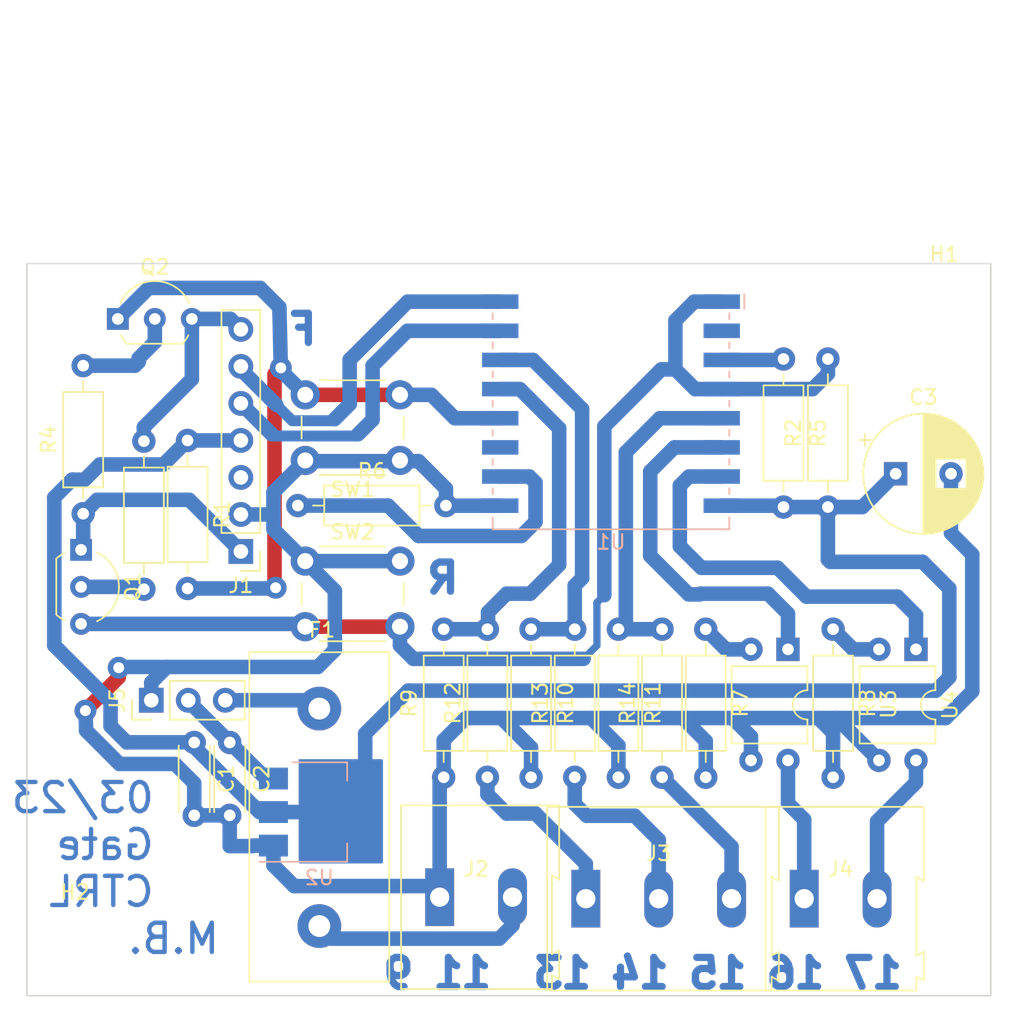
<source format=kicad_pcb>
(kicad_pcb (version 20221018) (generator pcbnew)
  (layers (0 "F.Cu" signal) (31 "B.Cu" signal) (34 "B.Paste" user) (35 "F.Paste" user) (36 "B.SilkS" user "B.Silkscreen") (37 "F.SilkS" user "F.Silkscreen") (38 "B.Mask" user) (39 "F.Mask" user) (44 "Edge.Cuts" user))
  (net 0 "")
  (net 1 "Net-(J1-Pin_1)")
  (net 2 "GND")
  (net 4 "VCC")
  (net 5 "ToRX")
  (net 6 "ToTX")
  (net 7 "Net-(J1-Pin_7)")
  (net 8 "Net-(J2-Pin_2)")
  (net 9 "Net-(J3-Pin_1)")
  (net 10 "Net-(J3-Pin_2)")
  (net 11 "Net-(J3-Pin_3)")
  (net 12 "Net-(J4-Pin_1)")
  (net 13 "Net-(J4-Pin_2)")
  (net 14 "Net-(Q1-B)")
  (net 15 "ToRST")
  (net 16 "ToFlash")
  (net 17 "Net-(Q2-B)")
  (net 18 "Net-(U1-EN)")
  (net 19 "Net-(U1-GPIO15)")
  (net 20 "Net-(R7-Pad1)")
  (net 21 "Start")
  (net 22 "Net-(R8-Pad1)")
  (net 23 "Pedestrian")
  (net 24 "Foto")
  (net 25 "LSO")
  (net 26 "LSC")
  (net 29 "Net-(J5-Pin_3)")
  (net 30 "Net-(J5-Pin_2)")
  (footprint "Resistor_THT:R_Axial_DIN0207_L6.3mm_D2.5mm_P10.16mm_Horizontal" (layer "F.Cu") (at 142.6464 128.1176 90)
    (fp_text reference "R12" (at 5.08 -2.37 90) (layer "F.SilkS"))
    (fp_text value "10k")
    (pad "1" thru_hole circle (at 0 0 90) (size 1.6 1.6) (drill 0.8) (layers "*.Cu" "*.Mask") (net 9 "Net-(J3-Pin_1)"))
    (pad "2" thru_hole oval (at 10.16 0 90) (size 1.6 1.6) (drill 0.8) (layers "*.Cu" "*.Mask") (net 24 "Foto"))
  )
  (footprint "Resistor_THT:R_Axial_DIN0207_L6.3mm_D2.5mm_P10.16mm_Horizontal" (layer "F.Cu") (at 148.6408 128.1176 90)
    (fp_text reference "R13" (at 5.08 -2.37 90) (layer "F.SilkS"))
    (fp_text value "10k")
    (pad "1" thru_hole circle (at 0 0 90) (size 1.6 1.6) (drill 0.8) (layers "*.Cu" "*.Mask") (net 10 "Net-(J3-Pin_2)"))
    (pad "2" thru_hole oval (at 10.16 0 90) (size 1.6 1.6) (drill 0.8) (layers "*.Cu" "*.Mask") (net 25 "LSO"))
  )
  (footprint "Resistor_THT:R_Axial_DIN0207_L6.3mm_D2.5mm_P10.16mm_Horizontal" (layer "F.Cu") (at 157.6324 117.9576 -90)
    (fp_text reference "R7" (at 5.08 -2.37 90) (layer "F.SilkS"))
    (fp_text value "100R")
    (pad "1" thru_hole circle (at 0 0 270) (size 1.6 1.6) (drill 0.8) (layers "*.Cu" "*.Mask") (net 20 "Net-(R7-Pad1)"))
    (pad "2" thru_hole oval (at 10.16 0 270) (size 1.6 1.6) (drill 0.8) (layers "*.Cu" "*.Mask") (net 2 "GND"))
  )
  (footprint "TerminalBlock:TerminalBlock_Altech_AK300-2_P5.00mm" (layer "F.Cu") (at 139.3736 136.3472)
    (fp_text reference "J2" (at 2.5108 -1.9304) (layer "F.SilkS"))
    (fp_text value "Power Input")
    (pad "1" thru_hole rect (at 0 0) (size 1.98 3.96) (drill 1.32) (layers "*.Cu" "*.Mask") (net 2 "GND"))
    (pad "2" thru_hole oval (at 5 0) (size 1.98 3.96) (drill 1.32) (layers "*.Cu" "*.Mask") (net 8 "Net-(J2-Pin_2)"))
  )
  (footprint "Resistor_THT:R_Axial_DIN0207_L6.3mm_D2.5mm_P10.16mm_Horizontal" (layer "F.Cu") (at 129.6416 109.474)
    (fp_text reference "R6" (at 5.08 -2.37) (layer "F.SilkS"))
    (fp_text value "10k")
    (pad "1" thru_hole circle (at 0 0) (size 1.6 1.6) (drill 0.8) (layers "*.Cu" "*.Mask") (net 19 "Net-(U1-GPIO15)"))
    (pad "2" thru_hole oval (at 10.16 0) (size 1.6 1.6) (drill 0.8) (layers "*.Cu" "*.Mask") (net 2 "GND"))
  )
  (footprint "Resistor_THT:R_Axial_DIN0207_L6.3mm_D2.5mm_P10.16mm_Horizontal" (layer "F.Cu") (at 122.0724 105.0036 -90)
    (fp_text reference "R1" (at 5.08 -2.37 90) (layer "F.SilkS"))
    (fp_text value "10k")
    (pad "1" thru_hole circle (at 0 0 270) (size 1.6 1.6) (drill 0.8) (layers "*.Cu" "*.Mask") (net 4 "VCC"))
    (pad "2" thru_hole oval (at 10.16 0 270) (size 1.6 1.6) (drill 0.8) (layers "*.Cu" "*.Mask") (net 16 "ToFlash"))
  )
  (footprint "Resistor_THT:R_Axial_DIN0207_L6.3mm_D2.5mm_P10.16mm_Horizontal" (layer "F.Cu") (at 119.0752 105.0544 -90)
    (fp_text reference "R3" hide)
    (fp_text value "10k")
    (pad "1" thru_hole circle (at 0 0 270) (size 1.6 1.6) (drill 0.8) (layers "*.Cu" "*.Mask") (net 7 "Net-(J1-Pin_7)"))
    (pad "2" thru_hole oval (at 10.16 0 270) (size 1.6 1.6) (drill 0.8) (layers "*.Cu" "*.Mask") (net 14 "Net-(Q1-B)"))
  )
  (footprint "Resistor_THT:R_Axial_DIN0207_L6.3mm_D2.5mm_P10.16mm_Horizontal" (layer "F.Cu") (at 145.6436 117.9576 -90)
    (fp_text reference "R10" (at 5.08 -2.37 90) (layer "F.SilkS"))
    (fp_text value "10k")
    (pad "1" thru_hole circle (at 0 0 270) (size 1.6 1.6) (drill 0.8) (layers "*.Cu" "*.Mask") (net 25 "LSO"))
    (pad "2" thru_hole oval (at 10.16 0 270) (size 1.6 1.6) (drill 0.8) (layers "*.Cu" "*.Mask") (net 2 "GND"))
  )
  (footprint "Button_Switch_THT:SW_PUSH_6mm" (layer "F.Cu") (at 130.1496 113.284)
    (fp_text reference "SW2" (at 3.25 -2) (layer "F.SilkS"))
    (fp_text value "Reset")
    (pad "1" thru_hole circle (at 0 0 90) (size 2 2) (drill 1.1) (layers "*.Cu" "*.Mask") (net 2 "GND"))
    (pad "1" thru_hole circle (at 6.5 0 90) (size 2 2) (drill 1.1) (layers "*.Cu" "*.Mask") (net 2 "GND"))
    (pad "2" thru_hole circle (at 0 4.5 90) (size 2 2) (drill 1.1) (layers "*.Cu" "*.Mask") (net 15 "ToRST"))
    (pad "2" thru_hole circle (at 6.5 4.5 90) (size 2 2) (drill 1.1) (layers "*.Cu" "*.Mask") (net 15 "ToRST"))
  )
  (footprint "Connector_PinHeader_2.54mm:PinHeader_1x07_P2.54mm_Vertical" (layer "F.Cu") (at 125.73 112.6236 180)
    (fp_text reference "J1" (at 0 -2.33) (layer "F.SilkS"))
    (fp_text value "Conn_01x07_Female")
    (pad "1" thru_hole rect (at 0 0 180) (size 1.7 1.7) (drill 1) (layers "*.Cu" "*.Mask") (net 1 "Net-(J1-Pin_1)"))
    (pad "2" thru_hole oval (at 0 2.54 180) (size 1.7 1.7) (drill 1) (layers "*.Cu" "*.Mask") (net 2 "GND"))
    (pad "3" thru_hole oval (at 0 5.08 180) (size 1.7 1.7) (drill 1) (layers "*.Cu" "*.Mask"))
    (pad "4" thru_hole oval (at 0 7.62 180) (size 1.7 1.7) (drill 1) (layers "*.Cu" "*.Mask") (net 4 "VCC"))
    (pad "5" thru_hole oval (at 0 10.16 180) (size 1.7 1.7) (drill 1) (layers "*.Cu" "*.Mask") (net 5 "ToRX"))
    (pad "6" thru_hole oval (at 0 12.7 180) (size 1.7 1.7) (drill 1) (layers "*.Cu" "*.Mask") (net 6 "ToTX"))
    (pad "7" thru_hole oval (at 0 15.24 180) (size 1.7 1.7) (drill 1) (layers "*.Cu" "*.Mask") (net 7 "Net-(J1-Pin_7)"))
  )
  (footprint "Resistor_THT:R_Axial_DIN0207_L6.3mm_D2.5mm_P10.16mm_Horizontal" (layer "F.Cu") (at 154.6352 128.1176 90)
    (fp_text reference "R14" (at 5.08 -2.37 90) (layer "F.SilkS"))
    (fp_text value "10k")
    (pad "1" thru_hole circle (at 0 0 90) (size 1.6 1.6) (drill 0.8) (layers "*.Cu" "*.Mask") (net 11 "Net-(J3-Pin_3)"))
    (pad "2" thru_hole oval (at 10.16 0 90) (size 1.6 1.6) (drill 0.8) (layers "*.Cu" "*.Mask") (net 26 "LSC"))
  )
  (footprint "MyComponents:Fuseholder_Cylinder-5x20mm_Stelvio-Kontek_PTF76_Horizontal_Open" (layer "F.Cu") (at 131.1148 142.1384 90)
    (fp_text reference "F1" (at 24.13 0.185375) (layer "F.SilkS"))
    (fp_text value "5x20")
    (pad "1" thru_hole circle (at 3.81 0 90) (size 3 3) (drill 1.5) (layers "*.Cu" "*.Mask") (net 8 "Net-(J2-Pin_2)"))
    (pad "2" thru_hole circle (at 18.7325 0 90) (size 3 3) (drill 1.5) (layers "*.Cu" "*.Mask") (net 29 "Net-(J5-Pin_3)"))
  )
  (footprint "Package_TO_SOT_THT:TO-92L_Inline_Wide" (layer "F.Cu") (at 117.2872 96.6652)
    (fp_text reference "Q2" (at 2.54 -3.56) (layer "F.SilkS"))
    (fp_text value "SS8050")
    (pad "1" thru_hole rect (at 0 0) (size 1.5 1.5) (drill 0.8) (layers "*.Cu" "*.Mask") (net 16 "ToFlash"))
    (pad "2" thru_hole circle (at 2.54 0) (size 1.5 1.5) (drill 0.8) (layers "*.Cu" "*.Mask") (net 17 "Net-(Q2-B)"))
    (pad "3" thru_hole circle (at 5.08 0) (size 1.5 1.5) (drill 0.8) (layers "*.Cu" "*.Mask") (net 7 "Net-(J1-Pin_7)"))
  )
  (footprint "Resistor_THT:R_Axial_DIN0207_L6.3mm_D2.5mm_P10.16mm_Horizontal" (layer "F.Cu") (at 139.6492 128.1176 90)
    (fp_text reference "R9" (at 5.08 -2.37 90) (layer "F.SilkS"))
    (fp_text value "10k")
    (pad "1" thru_hole circle (at 0 0 90) (size 1.6 1.6) (drill 0.8) (layers "*.Cu" "*.Mask") (net 2 "GND"))
    (pad "2" thru_hole oval (at 10.16 0 90) (size 1.6 1.6) (drill 0.8) (layers "*.Cu" "*.Mask") (net 24 "Foto"))
  )
  (footprint "Capacitor_THT:CP_Radial_D8.0mm_P3.80mm" (layer "F.Cu") (at 170.663349 107.2896)
    (fp_text reference "C3" (at 1.9 -5.25) (layer "F.SilkS"))
    (fp_text value "470u")
    (pad "1" thru_hole rect (at 0 0) (size 1.6 1.6) (drill 0.8) (layers "*.Cu" "*.Mask") (net 4 "VCC"))
    (pad "2" thru_hole circle (at 3.8 0) (size 1.6 1.6) (drill 0.8) (layers "*.Cu" "*.Mask") (net 2 "GND"))
  )
  (footprint "Package_DIP:DIP-4_W7.62mm" (layer "F.Cu") (at 163.2762 119.3392 -90)
    (fp_text reference "U3" (at 3.7592 -6.902 90) (layer "F.SilkS"))
    (fp_text value "EL817")
    (pad "1" thru_hole rect (at 0 0 270) (size 1.6 1.6) (drill 0.8) (layers "*.Cu" "*.Mask") (net 21 "Start"))
    (pad "2" thru_hole oval (at 0 2.54 270) (size 1.6 1.6) (drill 0.8) (layers "*.Cu" "*.Mask") (net 20 "Net-(R7-Pad1)"))
    (pad "3" thru_hole oval (at 7.62 2.54 270) (size 1.6 1.6) (drill 0.8) (layers "*.Cu" "*.Mask") (net 2 "GND"))
    (pad "4" thru_hole oval (at 7.62 0 270) (size 1.6 1.6) (drill 0.8) (layers "*.Cu" "*.Mask") (net 12 "Net-(J4-Pin_1)"))
  )
  (footprint "Package_TO_SOT_THT:TO-92L_Inline_Wide" (layer "F.Cu") (at 114.7644 112.512 -90)
    (fp_text reference "Q1" (at 2.54 -3.56 90) (layer "F.SilkS"))
    (fp_text value "SS8050")
    (pad "1" thru_hole rect (at 0 0 270) (size 1.5 1.5) (drill 0.8) (layers "*.Cu" "*.Mask") (net 1 "Net-(J1-Pin_1)"))
    (pad "2" thru_hole circle (at 2.54 0 270) (size 1.5 1.5) (drill 0.8) (layers "*.Cu" "*.Mask") (net 14 "Net-(Q1-B)"))
    (pad "3" thru_hole circle (at 5.08 0 270) (size 1.5 1.5) (drill 0.8) (layers "*.Cu" "*.Mask") (net 15 "ToRST"))
  )
  (footprint "Button_Switch_THT:SW_PUSH_6mm" (layer "F.Cu") (at 136.6496 106.3752 180)
    (fp_text reference "SW1" (at 3.25 -2) (layer "F.SilkS"))
    (fp_text value "Flash")
    (pad "1" thru_hole circle (at 0 0 270) (size 2 2) (drill 1.1) (layers "*.Cu" "*.Mask") (net 2 "GND"))
    (pad "1" thru_hole circle (at 6.5 0 270) (size 2 2) (drill 1.1) (layers "*.Cu" "*.Mask") (net 2 "GND"))
    (pad "2" thru_hole circle (at 0 4.5 270) (size 2 2) (drill 1.1) (layers "*.Cu" "*.Mask") (net 16 "ToFlash"))
    (pad "2" thru_hole circle (at 6.5 4.5 270) (size 2 2) (drill 1.1) (layers "*.Cu" "*.Mask") (net 16 "ToFlash"))
  )
  (footprint "Resistor_THT:R_Axial_DIN0207_L6.3mm_D2.5mm_P10.16mm_Horizontal" (layer "F.Cu") (at 166.0144 109.5756 90)
    (fp_text reference "R2" (at 5.08 -2.37 90) (layer "F.SilkS"))
    (fp_text value "10k")
    (pad "1" thru_hole circle (at 0 0 90) (size 1.6 1.6) (drill 0.8) (layers "*.Cu" "*.Mask") (net 4 "VCC"))
    (pad "2" thru_hole oval (at 10.16 0 90) (size 1.6 1.6) (drill 0.8) (layers "*.Cu" "*.Mask") (net 15 "ToRST"))
  )
  (footprint "Package_DIP:DIP-4_W7.62mm" (layer "F.Cu") (at 172.0596 119.3392 -90)
    (fp_text reference "U4" (at 3.81 -2.33 90) (layer "F.SilkS"))
    (fp_text value "EL817")
    (pad "1" thru_hole rect (at 0 0 270) (size 1.6 1.6) (drill 0.8) (layers "*.Cu" "*.Mask") (net 23 "Pedestrian"))
    (pad "2" thru_hole oval (at 0 2.54 270) (size 1.6 1.6) (drill 0.8) (layers "*.Cu" "*.Mask") (net 22 "Net-(R8-Pad1)"))
    (pad "3" thru_hole oval (at 7.62 2.54 270) (size 1.6 1.6) (drill 0.8) (layers "*.Cu" "*.Mask") (net 2 "GND"))
    (pad "4" thru_hole oval (at 7.62 0 270) (size 1.6 1.6) (drill 0.8) (layers "*.Cu" "*.Mask") (net 13 "Net-(J4-Pin_2)"))
  )
  (footprint "MountingHole:MountingHole_3mm" (layer "F.Cu") (at 173.99 96.2152)
    (fp_text reference "H1" (at 0 -4) (layer "F.SilkS"))
    (fp_text value "MountingHole")
    (pad "" np_thru_hole circle (at 0 0) (size 3 3) (drill 3) (layers "*.Cu" "*.Mask"))
  )
  (footprint "TerminalBlock:TerminalBlock_Altech_AK300-2_P5.00mm" (layer "F.Cu") (at 164.3888 136.4488)
    (fp_text reference "J4" (at 2.4892 -2.032) (layer "F.SilkS"))
    (fp_text value "Output")
    (pad "1" thru_hole rect (at 0 0) (size 1.98 3.96) (drill 1.32) (layers "*.Cu" "*.Mask") (net 12 "Net-(J4-Pin_1)"))
    (pad "2" thru_hole oval (at 5 0) (size 1.98 3.96) (drill 1.32) (layers "*.Cu" "*.Mask") (net 13 "Net-(J4-Pin_2)"))
  )
  (footprint "Resistor_THT:R_Axial_DIN0207_L6.3mm_D2.5mm_P10.16mm_Horizontal" (layer "F.Cu") (at 114.9096 110.0328 90)
    (fp_text reference "R4" (at 5.08 -2.37 90) (layer "F.SilkS"))
    (fp_text value "10k")
    (pad "1" thru_hole circle (at 0 0 90) (size 1.6 1.6) (drill 0.8) (layers "*.Cu" "*.Mask") (net 1 "Net-(J1-Pin_1)"))
    (pad "2" thru_hole oval (at 10.16 0 90) (size 1.6 1.6) (drill 0.8) (layers "*.Cu" "*.Mask") (net 17 "Net-(Q2-B)"))
  )
  (footprint "Capacitor_THT:C_Disc_D4.3mm_W1.9mm_P5.00mm" (layer "F.Cu") (at 122.5296 125.73 -90)
    (fp_text reference "C1" (at 2.5 -2.2 90) (layer "F.SilkS"))
    (fp_text value "100n")
    (pad "1" thru_hole circle (at 0 0 270) (size 1.6 1.6) (drill 0.8) (layers "*.Cu" "*.Mask") (net 4 "VCC"))
    (pad "2" thru_hole circle (at 5 0 270) (size 1.6 1.6) (drill 0.8) (layers "*.Cu" "*.Mask") (net 2 "GND"))
  )
  (footprint "MountingHole:MountingHole_3mm" (layer "F.Cu") (at 114.3508 140.0048)
    (fp_text reference "H2" (at 0 -4) (layer "F.SilkS"))
    (fp_text value "MountingHole")
    (pad "" np_thru_hole circle (at 0 0) (size 3 3) (drill 3) (layers "*.Cu" "*.Mask"))
  )
  (footprint "Resistor_THT:R_Axial_DIN0207_L6.3mm_D2.5mm_P10.16mm_Horizontal" (layer "F.Cu") (at 162.9664 99.4156 -90)
    (fp_text reference "R5" (at 5.08 -2.37 90) (layer "F.SilkS"))
    (fp_text value "10k")
    (pad "1" thru_hole circle (at 0 0 270) (size 1.6 1.6) (drill 0.8) (layers "*.Cu" "*.Mask") (net 18 "Net-(U1-EN)"))
    (pad "2" thru_hole oval (at 10.16 0 270) (size 1.6 1.6) (drill 0.8) (layers "*.Cu" "*.Mask") (net 4 "VCC"))
  )
  (footprint "Resistor_THT:R_Axial_DIN0207_L6.3mm_D2.5mm_P10.16mm_Horizontal" (layer "F.Cu") (at 151.638 117.9576 -90)
    (fp_text reference "R11" (at 5.08 -2.37 90) (layer "F.SilkS"))
    (fp_text value "10k")
    (pad "1" thru_hole circle (at 0 0 270) (size 1.6 1.6) (drill 0.8) (layers "*.Cu" "*.Mask") (net 26 "LSC"))
    (pad "2" thru_hole oval (at 10.16 0 270) (size 1.6 1.6) (drill 0.8) (layers "*.Cu" "*.Mask") (net 2 "GND"))
  )
  (footprint "TerminalBlock:TerminalBlock_Altech_AK300-3_P5.00mm" (layer "F.Cu") (at 149.4028 136.4488)
    (fp_text reference "J3" (at 5 -3.0988) (layer "F.SilkS"))
    (fp_text value "Inputs")
    (pad "1" thru_hole rect (at 0 0) (size 1.98 3.96) (drill 1.32) (layers "*.Cu" "*.Mask") (net 9 "Net-(J3-Pin_1)"))
    (pad "2" thru_hole oval (at 5 0) (size 1.98 3.96) (drill 1.32) (layers "*.Cu" "*.Mask") (net 10 "Net-(J3-Pin_2)"))
    (pad "3" thru_hole oval (at 10 0) (size 1.98 3.96) (drill 1.32) (layers "*.Cu" "*.Mask") (net 11 "Net-(J3-Pin_3)"))
  )
  (footprint "Capacitor_THT:C_Disc_D4.3mm_W1.9mm_P5.00mm" (layer "F.Cu") (at 124.968 125.73 -90)
    (fp_text reference "C2" (at 2.5 -2.2 90) (layer "F.SilkS"))
    (fp_text value "100n")
    (pad "1" thru_hole circle (at 0 0 270) (size 1.6 1.6) (drill 0.8) (layers "*.Cu" "*.Mask") (net 30 "Net-(J5-Pin_2)"))
    (pad "2" thru_hole circle (at 5 0 270) (size 1.6 1.6) (drill 0.8) (layers "*.Cu" "*.Mask") (net 2 "GND"))
  )
  (footprint "Resistor_THT:R_Axial_DIN0207_L6.3mm_D2.5mm_P10.16mm_Horizontal" (layer "F.Cu") (at 166.37 117.9576 -90)
    (fp_text reference "R8" (at 5.08 -2.37 90) (layer "F.SilkS"))
    (fp_text value "100R")
    (pad "1" thru_hole circle (at 0 0 270) (size 1.6 1.6) (drill 0.8) (layers "*.Cu" "*.Mask") (net 22 "Net-(R8-Pad1)"))
    (pad "2" thru_hole oval (at 10.16 0 270) (size 1.6 1.6) (drill 0.8) (layers "*.Cu" "*.Mask") (net 2 "GND"))
  )
  (footprint "Connector_PinHeader_2.54mm:PinHeader_1x03_P2.54mm_Vertical" (layer "F.Cu") (at 119.5832 122.8344 90)
    (fp_text reference "J5" (at 0 -2.33 90) (layer "F.SilkS"))
    (fp_text value "Conn_01x03_Pin")
    (pad "1" thru_hole rect (at 0 0 90) (size 1.7 1.7) (drill 1) (layers "*.Cu" "*.Mask") (net 2 "GND"))
    (pad "2" thru_hole oval (at 0 2.54 90) (size 1.7 1.7) (drill 1) (layers "*.Cu" "*.Mask") (net 30 "Net-(J5-Pin_2)"))
    (pad "3" thru_hole oval (at 0 5.08 90) (size 1.7 1.7) (drill 1) (layers "*.Cu" "*.Mask") (net 29 "Net-(J5-Pin_3)"))
  )
  (footprint "RF_Module:ESP-07" (layer "B.Cu") (at 151.13 100.3808 180)
    (fp_text reference "U1" (at 0 -11.6) (layer "B.SilkS") (effects (justify mirror)))
    (fp_text value "ESP-07")
    (pad "1" smd rect (at -7.6 4.9 180) (size 2.5 1) (layers "B.Cu" "B.Paste" "B.Mask") (net 15 "ToRST"))
    (pad "2" smd rect (at -7.6 2.9 180) (size 2.5 1) (layers "B.Cu" "B.Paste" "B.Mask"))
    (pad "3" smd rect (at -7.6 0.9 180) (size 2.5 1) (layers "B.Cu" "B.Paste" "B.Mask") (net 18 "Net-(U1-EN)"))
    (pad "4" smd rect (at -7.6 -1.1 180) (size 2.5 1) (layers "B.Cu" "B.Paste" "B.Mask") (net 15 "ToRST"))
    (pad "5" smd rect (at -7.6 -3.1 180) (size 2.5 1) (layers "B.Cu" "B.Paste" "B.Mask") (net 26 "LSC"))
    (pad "6" smd rect (at -7.6 -5.1 180) (size 2.5 1) (layers "B.Cu" "B.Paste" "B.Mask") (net 21 "Start"))
    (pad "7" smd rect (at -7.6 -7.1 180) (size 2.5 1) (layers "B.Cu" "B.Paste" "B.Mask") (net 23 "Pedestrian"))
    (pad "8" smd rect (at -7.6 -9.1 180) (size 2.5 1) (layers "B.Cu" "B.Paste" "B.Mask") (net 4 "VCC"))
    (pad "9" smd rect (at 7.6 -9.1 180) (size 2.5 1) (layers "B.Cu" "B.Paste" "B.Mask") (net 2 "GND"))
    (pad "10" smd rect (at 7.6 -7.1 180) (size 2.5 1) (layers "B.Cu" "B.Paste" "B.Mask") (net 19 "Net-(U1-GPIO15)"))
    (pad "11" smd rect (at 7.6 -5.1 180) (size 2.5 1) (layers "B.Cu" "B.Paste" "B.Mask"))
    (pad "12" smd rect (at 7.6 -3.1 180) (size 2.5 1) (layers "B.Cu" "B.Paste" "B.Mask") (net 16 "ToFlash"))
    (pad "13" smd rect (at 7.6 -1.1 180) (size 2.5 1) (layers "B.Cu" "B.Paste" "B.Mask") (net 24 "Foto"))
    (pad "14" smd rect (at 7.6 0.9 180) (size 2.5 1) (layers "B.Cu" "B.Paste" "B.Mask") (net 25 "LSO"))
    (pad "15" smd rect (at 7.6 2.9 180) (size 2.5 1) (layers "B.Cu" "B.Paste" "B.Mask") (net 5 "ToRX"))
    (pad "16" smd rect (at 7.6 4.9 180) (size 2.5 1) (layers "B.Cu" "B.Paste" "B.Mask") (net 6 "ToTX"))
  )
  (footprint "Package_TO_SOT_SMD:SOT-223-3_TabPin2" (layer "B.Cu") (at 131.1148 130.5052)
    (fp_text reference "U2" (at 0 4.5) (layer "B.SilkS") (effects (justify mirror)))
    (fp_text value "AMS1117-3.3")
    (pad "1" smd rect (at -3.15 2.3) (size 2 1.5) (layers "B.Cu" "B.Paste" "B.Mask") (net 2 "GND"))
    (pad "2" smd rect (at -3.15 0) (size 2 1.5) (layers "B.Cu" "B.Paste" "B.Mask") (net 4 "VCC"))
    (pad "2" smd rect (at 3.15 0) (size 2 3.8) (layers "B.Cu" "B.Paste" "B.Mask") (net 4 "VCC"))
    (pad "3" smd rect (at -3.15 -2.3) (size 2 1.5) (layers "B.Cu" "B.Paste" "B.Mask") (net 30 "Net-(J5-Pin_2)"))
  )
  (gr_rect (start 129.794 126.9746) (end 135.382 133.9342) (stroke (width 0.2)) (fill solid) (layer "B.Cu"))
  (gr_rect (start 111.0488 92.8624) (end 177.1904 143.1036) (stroke (width 0.1)) (fill none) (layer "Edge.Cuts"))
  (gr_text "R" (at 140.9192 115.6208) (layer "B.Cu") (effects (font (size 2 2) (thickness 0.5) bold) (justify left bottom mirror)))
  (gr_text "	03/23\n	Gate \n	CTRL\n  M.B.\n" (at 127.4572 140.3604) (layer "B.Cu") (effects (font (size 2 2) (thickness 0.3) bold) (justify left bottom mirror)))
  (gr_text "17 16 15 14 13  11 9" (at 171.3484 142.748) (layer "B.Cu") (effects (font (size 2 2) (thickness 0.5) bold) (justify left bottom mirror)))
  (gr_text "F" (at 131.1656 98.552) (layer "B.Cu") (effects (font (size 2 2) (thickness 0.5) bold) (justify left bottom mirror)))
  (segment (start 114.9096 110.0328) (end 114.9096 112.3668) (width 1) (layer "B.Cu") (net 1))
  (segment (start 114.9096 112.3668) (end 114.7644 112.512) (width 1) (layer "B.Cu") (net 1))
  (segment (start 125.73 112.6236) (end 122.1848 109.0784) (width 1) (layer "B.Cu") (net 1))
  (segment (start 122.1848 109.0784) (end 115.864 109.0784) (width 1) (layer "B.Cu") (net 1))
  (segment (start 115.864 109.0784) (end 114.9096 110.0328) (width 1) (layer "B.Cu") (net 1))
  (segment (start 117.348 121.2596) (end 115.062 123.5456) (width 1) (layer "F.Cu") (net 2))
  (segment (start 117.348 120.5992) (end 117.348 121.2596) (width 1) (layer "F.Cu") (net 2))
  (via (at 117.348 120.5992) (size 1.5) (drill 0.75) (layers "F.Cu" "B.Cu") (net 2))
  (via (at 115.062 123.5456) (size 1.5) (drill 0.75) (layers "F.Cu" "B.Cu") (net 2))
  (segment (start 151.638 125.9332) (end 149.7584 124.0536) (width 1) (layer "B.Cu") (net 2))
  (segment (start 157.6324 125.6284) (end 156.0576 124.0536) (width 1) (layer "B.Cu") (net 2))
  (segment (start 130.1496 106.3752) (end 130.2004 106.426) (width 1) (layer "B.Cu") (net 2))
  (segment (start 117.3988 120.5484) (end 117.4496 120.5484) (width 1) (layer "B.Cu") (net 2))
  (segment (start 120.65 120.5484) (end 117.5004 120.5484) (width 1) (layer "B.Cu") (net 2))
  (segment (start 141.1732 124.0536) (end 143.6116 124.0536) (width 1) (layer "B.Cu") (net 2))
  (segment (start 117.348 120.5992) (end 117.3988 120.5484) (width 1) (layer "B.Cu") (net 2))
  (segment (start 166.37 128.1176) (end 166.37 125.0696) (width 1) (layer "B.Cu") (net 2))
  (segment (start 175.9204 112.8268) (end 175.9204 122.2248) (width 1) (layer "B.Cu") (net 2))
  (segment (start 149.7584 124.0536) (end 156.0576 124.0536) (width 1) (layer "B.Cu") (net 2))
  (segment (start 138.6116 135.5852) (end 129.3876 135.5852) (width 1) (layer "B.Cu") (net 2))
  (segment (start 139.3736 136.3472) (end 139.3736 128.3932) (width 1) (layer "B.Cu") (net 2))
  (segment (start 132.1816 115.316) (end 132.1816 119.38) (width 1) (layer "B.Cu") (net 2))
  (segment (start 160.7362 126.9592) (end 160.7362 125.3286) (width 1) (layer "B.Cu") (net 2))
  (segment (start 139.8016 108.3056) (end 139.8016 109.474) (width 1) (layer "B.Cu") (net 2))
  (segment (start 174.0916 124.0536) (end 166.614 124.0536) (width 1) (layer "B.Cu") (net 2))
  (segment (start 129.3876 135.5852) (end 127.9648 134.1624) (width 1) (layer "B.Cu") (net 2))
  (segment (start 120.65 120.5484) (end 119.5832 121.6152) (width 1) (layer "B.Cu") (net 2))
  (segment (start 130.1496 113.284) (end 136.6496 113.284) (width 1) (layer "B.Cu") (net 2))
  (segment (start 124.968 132.842) (end 124.968 130.73) (width 1) (layer "B.Cu") (net 2))
  (segment (start 166.614 124.0536) (end 165.354 124.0536) (width 1) (layer "B.Cu") (net 2))
  (segment (start 137.922 106.426) (end 139.8016 108.3056) (width 1) (layer "B.Cu") (net 2))
  (segment (start 166.37 125.0696) (end 165.354 124.0536) (width 1) (layer "B.Cu") (net 2))
  (segment (start 130.1496 113.284) (end 132.1816 115.316) (width 1) (layer "B.Cu") (net 2))
  (segment (start 131.0132 120.5484) (end 120.65 120.5484) (width 1) (layer "B.Cu") (net 2))
  (segment (start 115.062 123.5456) (end 115.1128 123.4948) (width 1) (layer "B.Cu") (net 2))
  (segment (start 127.9652 108.5596) (end 130.1496 106.3752) (width 1) (layer "B.Cu") (net 2))
  (segment (start 130.1496 113.284) (end 127.9652 111.0996) (width 1) (layer "B.Cu") (net 2))
  (segment (start 127.9648 134.1624) (end 127.9648 132.8052) (width 1) (layer "B.Cu") (net 2))
  (segment (start 169.5196 126.9592) (end 166.614 124.0536) (width 1) (layer "B.Cu") (net 2))
  (segment (start 117.5004 120.5484) (end 117.348 120.5992) (width 1) (layer "B.Cu") (net 2))
  (segment (start 127.9652 111.0996) (end 127.9652 110.0836) (width 1) (layer "B.Cu") (net 2))
  (segment (start 127.9652 110.0836) (end 127.9652 108.5596) (width 1) (layer "B.Cu") (net 2))
  (segment (start 126.5568 132.8052) (end 127.9648 132.8052) (width 1) (layer "B.Cu") (net 2))
  (segment (start 115.1128 124.9172) (end 115.062 123.5456) (width 1) (layer "B.Cu") (net 2))
  (segment (start 122.5296 128.524) (end 121.2088 127.2032) (width 1) (layer "B.Cu") (net 2))
  (segment (start 139.6492 125.5776) (end 141.1732 124.0536) (width 1) (layer "B.Cu") (net 2))
  (segment (start 157.6324 128.1176) (end 157.6324 125.6284) (width 1) (layer "B.Cu") (net 2))
  (segment (start 119.5832 121.6152) (end 119.5832 122.8344) (width 1) (layer "B.Cu") (net 2))
  (segment (start 130.2004 106.426) (end 137.922 106.426) (width 1) (layer "B.Cu") (net 2))
  (segment (start 160.7362 125.3286) (end 159.4612 124.0536) (width 1) (layer "B.Cu") (net 2))
  (segment (start 175.9204 122.2248) (end 174.0916 124.0536) (width 1) (layer "B.Cu") (net 2))
  (segment (start 126.5568 132.8052) (end 126.52 132.842) (width 1) (layer "B.Cu") (net 2))
  (segment (start 174.463349 107.2896) (end 174.463349 111.369749) (width 1) (layer "B.Cu") (net 2))
  (segment (start 139.3736 128.3932) (end 139.6492 128.1176) (width 1) (layer "B.Cu") (net 2))
  (segment (start 145.6436 126.0856) (end 143.6116 124.0536) (width 1) (layer "B.Cu") (net 2))
  (segment (start 165.354 124.0536) (end 159.4612 124.0536) (width 1) (layer "B.Cu") (net 2))
  (segment (start 139.6492 128.1176) (end 139.6492 125.5776) (width 1) (layer "B.Cu") (net 2))
  (segment (start 122.5296 130.73) (end 124.968 130.73) (width 1) (layer "B.Cu") (net 2))
  (segment (start 132.1816 119.38) (end 131.0132 120.5484) (width 1) (layer "B.Cu") (net 2))
  (segment (start 143.53 109.4808) (end 139.8964 109.4808) (width 1) (layer "B.Cu") (net 2))
  (segment (start 143.6116 124.0536) (end 149.7584 124.0536) (width 1) (layer "B.Cu") (net 2))
  (segment (start 122.5296 130.73) (end 122.5296 128.524) (width 1) (layer "B.Cu") (net 2))
  (segment (start 117.3988 127.2032) (end 115.1128 124.9172) (width 1) (layer "B.Cu") (net 2))
  (segment (start 159.4612 124.0536) (end 156.0576 124.0536) (width 1) (layer "B.Cu") (net 2))
  (segment (start 145.6436 128.1176) (end 145.6436 126.0856) (width 1) (layer "B.Cu") (net 2))
  (segment (start 125.73 110.0836) (end 127.9652 110.0836) (width 1) (layer "B.Cu") (net 2))
  (segment (start 151.638 128.1176) (end 151.638 125.9332) (width 1) (layer "B.Cu") (net 2))
  (segment (start 126.52 132.842) (end 124.968 132.842) (width 1) (layer "B.Cu") (net 2))
  (segment (start 174.463349 111.369749) (end 175.9204 112.8268) (width 1) (layer "B.Cu") (net 2))
  (segment (start 139.3736 136.3472) (end 138.6116 135.5852) (width 1) (layer "B.Cu") (net 2))
  (segment (start 121.2088 127.2032) (end 117.3988 127.2032) (width 1) (layer "B.Cu") (net 2))
  (segment (start 174.3456 121.2596) (end 174.3456 115.1636) (width 1) (layer "B.Cu") (net 4))
  (segment (start 127.9648 130.5052) (end 134.2648 130.5052) (width 1) (layer "B.Cu") (net 4))
  (segment (start 158.73 109.4808) (end 162.8716 109.4808) (width 1) (layer "B.Cu") (net 4))
  (segment (start 166.0144 113.1824) (end 166.0144 109.5756) (width 1) (layer "B.Cu") (net 4))
  (segment (start 168.377349 109.5756) (end 170.663349 107.2896) (width 1) (layer "B.Cu") (net 4))
  (segment (start 166.1668 113.3348) (end 166.0144 113.1824) (width 1) (layer "B.Cu") (net 4))
  (segment (start 112.9284 119.0752) (end 112.9284 108.9152) (width 1) (layer "B.Cu") (net 4))
  (segment (start 166.0144 109.5756) (end 168.377349 109.5756) (width 1) (layer "B.Cu") (net 4))
  (segment (start 134.2648 130.5052) (end 134.2648 125.12) (width 1) (layer "B.Cu") (net 4))
  (segment (start 125.6248 129.13) (end 125.630742 129.13) (width 1) (layer "B.Cu") (net 4))
  (segment (start 162.8716 109.4808) (end 162.9664 109.5756) (width 1) (layer "B.Cu") (net 4))
  (segment (start 174.3456 115.1636) (end 172.5168 113.3348) (width 1) (layer "B.Cu") (net 4))
  (segment (start 122.214936 125.720136) (end 125.6248 129.13) (width 1) (layer "B.Cu") (net 4))
  (segment (start 172.5168 113.3348) (end 166.1668 113.3348) (width 1) (layer "B.Cu") (net 4))
  (segment (start 166.0144 109.5756) (end 162.9664 109.5756) (width 1) (layer "B.Cu") (net 4))
  (segment (start 127 130.5052) (end 127.9648 130.5052) (width 1) (layer "B.Cu") (net 4))
  (segment (start 112.9284 108.9152) (end 114.1476 107.696) (width 1) (layer "B.Cu") (net 4))
  (segment (start 122.214936 125.720136) (end 122.3264 125.8316) (width 1) (layer "B.Cu") (net 4))
  (segment (start 116.7892 122.936) (end 112.9284 119.0752) (width 1) (layer "B.Cu") (net 4))
  (segment (start 137.2108 122.174) (end 173.4312 122.174) (width 1) (layer "B.Cu") (net 4))
  (segment (start 126.568 130.067258) (end 126.568 130.0732) (width 1) (layer "B.Cu") (net 4))
  (segment (start 116.7892 124.6124) (end 116.7892 122.936) (width 1) (layer "B.Cu") (net 4))
  (segment (start 120.4216 106.6544) (end 122.0724 105.0036) (width 1) (layer "B.Cu") (net 4))
  (segment (start 125.630742 129.13) (end 126.568 130.067258) (width 1) (layer "B.Cu") (net 4))
  (segment (start 122.214936 125.720136) (end 117.896936 125.720136) (width 1) (layer "B.Cu") (net 4))
  (segment (start 134.2648 125.12) (end 137.2108 122.174) (width 1) (layer "B.Cu") (net 4))
  (segment (start 125.73 105.0036) (end 122.0724 105.0036) (width 1) (layer "B.Cu") (net 4))
  (segment (start 116.0528 106.6544) (end 120.4216 106.6544) (width 1) (layer "B.Cu") (net 4))
  (segment (start 114.1476 107.696) (end 115.0112 107.696) (width 1) (layer "B.Cu") (net 4))
  (segment (start 117.896936 125.720136) (end 116.7892 124.6124) (width 1) (layer "B.Cu") (net 4))
  (segment (start 115.0112 107.696) (end 116.0528 106.6544) (width 1) (layer "B.Cu") (net 4))
  (segment (start 173.4312 122.174) (end 174.3456 121.2596) (width 1) (layer "B.Cu") (net 4))
  (segment (start 126.568 130.0732) (end 127 130.5052) (width 1) (layer "B.Cu") (net 4))
  (segment (start 133.6534 104.7002) (end 133.7784 104.5752) (width 0.75) (layer "B.Cu") (net 5))
  (segment (start 133.7784 104.5752) (end 134.7724 103.5812) (width 1) (layer "B.Cu") (net 5))
  (segment (start 127.8416 104.5752) (end 127.9666 104.7002) (width 0.75) (layer "B.Cu") (net 5))
  (segment (start 134.7724 103.5812) (end 134.7724 99.8684) (width 1) (layer "B.Cu") (net 5))
  (segment (start 127.9666 104.7002) (end 133.6534 104.7002) (width 0.75) (layer "B.Cu") (net 5))
  (segment (start 137.16 97.4808) (end 143.53 97.4808) (width 1) (layer "B.Cu") (net 5))
  (segment (start 134.7724 99.8684) (end 137.16 97.4808) (width 1) (layer "B.Cu") (net 5))
  (segment (start 125.73 102.4636) (end 127.8416 104.5752) (width 1) (layer "B.Cu") (net 5))
  (segment (start 133.1976 102.5144) (end 132.1618 103.5502) (width 1) (layer "B.Cu") (net 6))
  (segment (start 132.0618 103.6502) (end 129.2534 103.6502) (width 0.75) (layer "B.Cu") (net 6))
  (segment (start 137.1832 95.4808) (end 133.1976 99.4664) (width 1) (layer "B.Cu") (net 6))
  (segment (start 125.73 100.1268) (end 128.1684 102.5652) (width 1) (layer "B.Cu") (net 6))
  (segment (start 137.4983 95.4808) (end 137.1832 95.4808) (width 1) (layer "B.Cu") (net 6))
  (segment (start 125.73 99.9236) (end 125.73 100.1268) (width 1) (layer "B.Cu") (net 6))
  (segment (start 129.2534 103.6502) (end 128.3716 102.7684) (width 0.75) (layer "B.Cu") (net 6))
  (segment (start 132.1618 103.5502) (end 132.0618 103.6502) (width 0.75) (layer "B.Cu") (net 6))
  (segment (start 133.1976 99.4664) (end 133.1976 102.5144) (width 1) (layer "B.Cu") (net 6))
  (segment (start 143.53 95.4808) (end 137.4983 95.4808) (width 1) (layer "B.Cu") (net 6))
  (segment (start 125.73 100.130147) (end 125.73 99.9236) (width 1) (layer "B.Cu") (net 6))
  (segment (start 122.3672 100.7972) (end 119.0752 104.0892) (width 1) (layer "B.Cu") (net 7))
  (segment (start 122.3672 96.6652) (end 122.3672 100.7972) (width 1) (layer "B.Cu") (net 7))
  (segment (start 125.0116 96.6652) (end 125.73 97.3836) (width 1) (layer "B.Cu") (net 7))
  (segment (start 122.3672 96.6652) (end 125.0116 96.6652) (width 1) (layer "B.Cu") (net 7))
  (segment (start 119.0752 104.0892) (end 119.0752 105.0544) (width 1) (layer "B.Cu") (net 7))
  (segment (start 131.9784 139.192) (end 131.1148 138.3284) (width 1) (layer "B.Cu") (net 8))
  (segment (start 144.3736 136.3472) (end 144.3736 138.2776) (width 1) (layer "B.Cu") (net 8))
  (segment (start 144.3736 138.2776) (end 143.4592 139.192) (width 1) (layer "B.Cu") (net 8))
  (segment (start 143.4592 139.192) (end 131.9784 139.192) (width 1) (layer "B.Cu") (net 8))
  (segment (start 142.6464 129.286) (end 143.9672 130.6068) (width 1) (layer "B.Cu") (net 9))
  (segment (start 142.6464 128.1176) (end 142.6464 129.286) (width 1) (layer "B.Cu") (net 9))
  (segment (start 145.9484 130.6068) (end 149.4028 134.0612) (width 1) (layer "B.Cu") (net 9))
  (segment (start 143.9672 130.6068) (end 145.9484 130.6068) (width 1) (layer "B.Cu") (net 9))
  (segment (start 149.4028 134.0612) (end 149.4028 136.4488) (width 1) (layer "B.Cu") (net 9))
  (segment (start 149.4536 130.7592) (end 148.6408 129.9464) (width 1) (layer "B.Cu") (net 10))
  (segment (start 152.7556 130.7592) (end 149.4536 130.7592) (width 1) (layer "B.Cu") (net 10))
  (segment (start 154.4028 136.4488) (end 154.4028 132.4064) (width 1) (layer "B.Cu") (net 10))
  (segment (start 154.4028 132.4064) (end 152.7556 130.7592) (width 1) (layer "B.Cu") (net 10))
  (segment (start 148.6408 129.9464) (end 148.6408 128.1176) (width 1) (layer "B.Cu") (net 10))
  (segment (start 159.4028 132.8852) (end 159.4028 136.4488) (width 1) (layer "B.Cu") (net 11))
  (segment (start 154.6352 128.1176) (end 159.4028 132.8852) (width 1) (layer "B.Cu") (net 11))
  (segment (start 164.3888 131.0132) (end 163.2762 129.9006) (width 1) (layer "B.Cu") (net 12))
  (segment (start 164.3888 136.4488) (end 164.3888 131.0132) (width 1) (layer "B.Cu") (net 12))
  (segment (start 163.2762 129.9006) (end 163.2762 126.9592) (width 1) (layer "B.Cu") (net 12))
  (segment (start 172.0596 128.4732) (end 172.0596 126.9592) (width 1) (layer "B.Cu") (net 13))
  (segment (start 169.3888 131.144) (end 172.0596 128.4732) (width 1) (layer "B.Cu") (net 13))
  (segment (start 169.3888 136.4488) (end 169.3888 131.144) (width 1) (layer "B.Cu") (net 13))
  (segment (start 114.7644 115.052) (end 118.9128 115.052) (width 1) (layer "B.Cu") (net 14))
  (segment (start 118.9128 115.052) (end 119.0752 115.2144) (width 1) (layer "B.Cu") (net 14))
  (segment (start 130.1496 117.784) (end 136.6496 117.784) (width 1) (layer "F.Cu") (net 15))
  (segment (start 150.1648 119.0752) (end 150.1648 116.1288) (width 0.5) (layer "B.Cu") (net 15))
  (segment (start 149.2504 119.9896) (end 150.1648 119.0752) (width 0.5) (layer "B.Cu") (net 15))
  (segment (start 158.73 101.4808) (end 164.9652 101.4808) (width 1) (layer "B.Cu") (net 15))
  (segment (start 137.5664 119.9896) (end 149.2504 119.9896) (width 1) (layer "B.Cu") (net 15))
  (segment (start 154.5844 100.1268) (end 150.6728 104.0384) (width 1) (layer "B.Cu") (net 15))
  (segment (start 155.5496 100.1268) (end 156.9036 101.4808) (width 1) (layer "B.Cu") (net 15))
  (segment (start 136.6496 119.0728) (end 137.5664 119.9896) (width 1) (layer "B.Cu") (net 15))
  (segment (start 150.6728 104.0384) (end 150.6728 115.6208) (width 1) (layer "B.Cu") (net 15))
  (segment (start 136.6496 117.784) (end 136.6496 119.0728) (width 1) (layer "B.Cu") (net 15))
  (segment (start 156.9036 101.4808) (end 158.73 101.4808) (width 1) (layer "B.Cu") (net 15))
  (segment (start 156.8428 95.4808) (end 155.5496 96.774) (width 1) (layer "B.Cu") (net 15))
  (segment (start 158.73 95.4808) (end 156.8428 95.4808) (width 1) (layer "B.Cu") (net 15))
  (segment (start 150.1648 116.1288) (end 150.6728 115.6208) (width 0.5) (layer "B.Cu") (net 15))
  (segment (start 129.9576 117.592) (end 130.1496 117.784) (width 1) (layer "B.Cu") (net 15))
  (segment (start 155.5496 100.1268) (end 154.5844 100.1268) (width 1) (layer "B.Cu") (net 15))
  (segment (start 166.0144 100.4316) (end 166.0144 99.4156) (width 1) (layer "B.Cu") (net 15))
  (segment (start 155.5496 96.774) (end 155.5496 100.1268) (width 1) (layer "B.Cu") (net 15))
  (segment (start 164.9652 101.4808) (end 166.0144 100.4316) (width 1) (layer "B.Cu") (net 15))
  (segment (start 114.7644 117.592) (end 129.9576 117.592) (width 1) (layer "B.Cu") (net 15))
  (segment (start 128.4732 100.0252) (end 128.0416 100.4568) (width 1) (layer "F.Cu") (net 16))
  (segment (start 136.6496 101.8752) (end 130.1496 101.8752) (width 1) (layer "F.Cu") (net 16))
  (segment (start 128.0416 100.4568) (end 128.0416 115.0368) (width 1) (layer "F.Cu") (net 16))
  (segment (start 128.0416 115.0368) (end 128.1176 115.1128) (width 1) (layer "F.Cu") (net 16))
  (via (at 128.4732 100.0252) (size 1.5) (drill 0.75) (layers "F.Cu" "B.Cu") (net 16))
  (via (at 128.1176 115.1128) (size 1.5) (drill 0.75) (layers "F.Cu" "B.Cu") (net 16))
  (segment (start 128.4732 100.0252) (end 128.3716 100.0972) (width 1) (layer "B.Cu") (net 16))
  (segment (start 140.4124 103.4808) (end 138.8068 101.8752) (width 1) (layer "B.Cu") (net 16))
  (segment (start 128.3716 100.0972) (end 130.1496 101.8752) (width 1) (layer "B.Cu") (net 16))
  (segment (start 122.0724 115.1636) (end 128.0668 115.1636) (width 1) (layer "B.Cu") (net 16))
  (segment (start 128.0668 115.1636) (end 128.1176 115.1128) (width 1) (layer "B.Cu") (net 16))
  (segment (start 128.3716 95.8596) (end 128.4732 100.0252) (width 1) (layer "B.Cu") (net 16))
  (segment (start 143.53 103.4808) (end 140.4124 103.4808) (width 1) (layer "B.Cu") (net 16))
  (segment (start 138.8068 101.8752) (end 136.6496 101.8752) (width 1) (layer "B.Cu") (net 16))
  (segment (start 119.4136 94.5388) (end 127.0508 94.5388) (width 1) (layer "B.Cu") (net 16))
  (segment (start 117.2872 96.6652) (end 119.4136 94.5388) (width 1) (layer "B.Cu") (net 16))
  (segment (start 127.0508 94.5388) (end 128.3716 95.8596) (width 1) (layer "B.Cu") (net 16))
  (segment (start 119.8272 96.6652) (end 119.8272 98.2572) (width 1) (layer "B.Cu") (net 17))
  (segment (start 118.7196 99.3648) (end 118.7196 99.6188) (width 1) (layer "B.Cu") (net 17))
  (segment (start 118.7196 99.6188) (end 118.4656 99.8728) (width 1) (layer "B.Cu") (net 17))
  (segment (start 119.8272 98.2572) (end 118.7196 99.3648) (width 1) (layer "B.Cu") (net 17))
  (segment (start 118.4656 99.8728) (end 114.9096 99.8728) (width 1) (layer "B.Cu") (net 17))
  (segment (start 158.73 99.4808) (end 162.9012 99.4808) (width 1) (layer "B.Cu") (net 18))
  (segment (start 162.9012 99.4808) (end 162.9664 99.4156) (width 1) (layer "B.Cu") (net 18))
  (segment (start 137.922 111.5568) (end 135.8392 109.474) (width 1) (layer "B.Cu") (net 19))
  (segment (start 144.9832 111.5568) (end 137.922 111.5568) (width 1) (layer "B.Cu") (net 19))
  (segment (start 145.9484 110.5916) (end 144.9832 111.5568) (width 1) (layer "B.Cu") (net 19))
  (segment (start 145.9484 107.8992) (end 145.9484 110.5916) (width 1) (layer "B.Cu") (net 19))
  (segment (start 135.8392 109.474) (end 129.6416 109.474) (width 1) (layer "B.Cu") (net 19))
  (segment (start 143.53 107.4808) (end 145.53 107.4808) (width 1) (layer "B.Cu") (net 19))
  (segment (start 145.53 107.4808) (end 145.9484 107.8992) (width 1) (layer "B.Cu") (net 19))
  (segment (start 160.7362 119.3392) (end 159.014 119.3392) (width 1) (layer "B.Cu") (net 20))
  (segment (start 159.014 119.3392) (end 157.6324 117.9576) (width 1) (layer "B.Cu") (net 20))
  (segment (start 153.8224 112.9284) (end 153.8224 107.1372) (width 1) (layer "B.Cu") (net 21))
  (segment (start 161.8996 115.5192) (end 157.267122 115.5192) (width 1) (layer "B.Cu") (net 21))
  (segment (start 163.2762 119.3392) (end 163.2762 116.8958) (width 1) (layer "B.Cu") (net 21))
  (segment (start 155.4788 105.4808) (end 158.73 105.4808) (width 1) (layer "B.Cu") (net 21))
  (segment (start 157.216322 115.57) (end 156.464 115.57) (width 1) (layer "B.Cu") (net 21))
  (segment (start 156.464 115.57) (end 153.8224 112.9284) (width 1) (layer "B.Cu") (net 21))
  (segment (start 157.267122 115.5192) (end 157.216322 115.57) (width 1) (layer "B.Cu") (net 21))
  (segment (start 163.2762 116.8958) (end 161.8996 115.5192) (width 1) (layer "B.Cu") (net 21))
  (segment (start 153.8224 107.1372) (end 155.4788 105.4808) (width 1) (layer "B.Cu") (net 21))
  (segment (start 169.5196 119.3392) (end 167.7516 119.3392) (width 1) (layer "B.Cu") (net 22))
  (segment (start 167.7516 119.3392) (end 166.37 117.9576) (width 1) (layer "B.Cu") (net 22))
  (segment (start 155.8544 112.268) (end 157.3276 113.7412) (width 1) (layer "B.Cu") (net 23))
  (segment (start 162.56 113.7412) (end 164.5412 115.7224) (width 1) (layer "B.Cu") (net 23))
  (segment (start 164.5412 115.7224) (end 170.7896 115.7224) (width 1) (layer "B.Cu") (net 23))
  (segment (start 158.73 107.4808) (end 156.48 107.4808) (width 1) (layer "B.Cu") (net 23))
  (segment (start 157.3276 113.7412) (end 162.56 113.7412) (width 1) (layer "B.Cu") (net 23))
  (segment (start 155.8544 108.1064) (end 155.8544 112.268) (width 1) (layer "B.Cu") (net 23))
  (segment (start 170.7896 115.7224) (end 172.0596 116.9924) (width 1) (layer "B.Cu") (net 23))
  (segment (start 172.0596 116.9924) (end 172.0596 119.3392) (width 1) (layer "B.Cu") (net 23))
  (segment (start 156.48 107.4808) (end 155.8544 108.1064) (width 1) (layer "B.Cu") (net 23))
  (segment (start 142.6972 116.7892) (end 142.6972 117.9068) (width 1) (layer "B.Cu") (net 24))
  (segment (start 142.6972 117.9068) (end 142.6464 117.9576) (width 1) (layer "B.Cu") (net 24))
  (segment (start 145.5928 115.5192) (end 143.9672 115.5192) (width 1) (layer "B.Cu") (net 24))
  (segment (start 147.574 113.538) (end 145.5928 115.5192) (width 1) (layer "B.Cu") (net 24))
  (segment (start 144.88 101.4808) (end 147.574 104.1748) (width 1) (layer "B.Cu") (net 24))
  (segment (start 143.53 101.4808) (end 144.88 101.4808) (width 1) (layer "B.Cu") (net 24))
  (segment (start 142.6464 117.9576) (end 139.6492 117.9576) (width 1) (layer "B.Cu") (net 24))
  (segment (start 147.574 104.1748) (end 147.574 113.538) (width 1) (layer "B.Cu") (net 24))
  (segment (start 143.9672 115.5192) (end 142.6972 116.7892) (width 1) (layer "B.Cu") (net 24))
  (segment (start 148.6408 117.9576) (end 145.6436 117.9576) (width 1) (layer "B.Cu") (net 25))
  (segment (start 143.53 99.4808) (end 145.78 99.4808) (width 1) (layer "B.Cu") (net 25))
  (segment (start 148.6408 114.9604) (end 148.6408 117.9576) (width 1) (layer "B.Cu") (net 25))
  (segment (start 149.1488 102.8496) (end 149.1488 114.4524) (width 1) (layer "B.Cu") (net 25))
  (segment (start 149.1488 114.4524) (end 148.6408 114.9604) (width 1) (layer "B.Cu") (net 25))
  (segment (start 145.78 99.4808) (end 149.1488 102.8496) (width 1) (layer "B.Cu") (net 25))
  (segment (start 152.146 105.8164) (end 152.146 117.4496) (width 1) (layer "B.Cu") (net 26))
  (segment (start 158.73 103.4808) (end 154.4816 103.4808) (width 1) (layer "B.Cu") (net 26))
  (segment (start 154.4816 103.4808) (end 152.146 105.8164) (width 1) (layer "B.Cu") (net 26))
  (segment (start 154.6352 117.9576) (end 151.638 117.9576) (width 1) (layer "B.Cu") (net 26))
  (segment (start 152.146 117.4496) (end 151.638 117.9576) (width 1) (layer "B.Cu") (net 26))
  (segment (start 130.5433 122.8344) (end 131.1148 123.4059) (width 1) (layer "B.Cu") (net 29))
  (segment (start 124.6632 122.8344) (end 130.5433 122.8344) (width 1) (layer "B.Cu") (net 29))
  (segment (start 122.1232 122.8852) (end 127.4432 128.2052) (width 1) (layer "B.Cu") (net 30))
  (segment (start 127.4432 128.2052) (end 127.9648 128.2052) (width 1) (layer "B.Cu") (net 30))
  (segment (start 122.1232 122.8344) (end 122.1232 122.8852) (width 1) (layer "B.Cu") (net 30))
)
</source>
